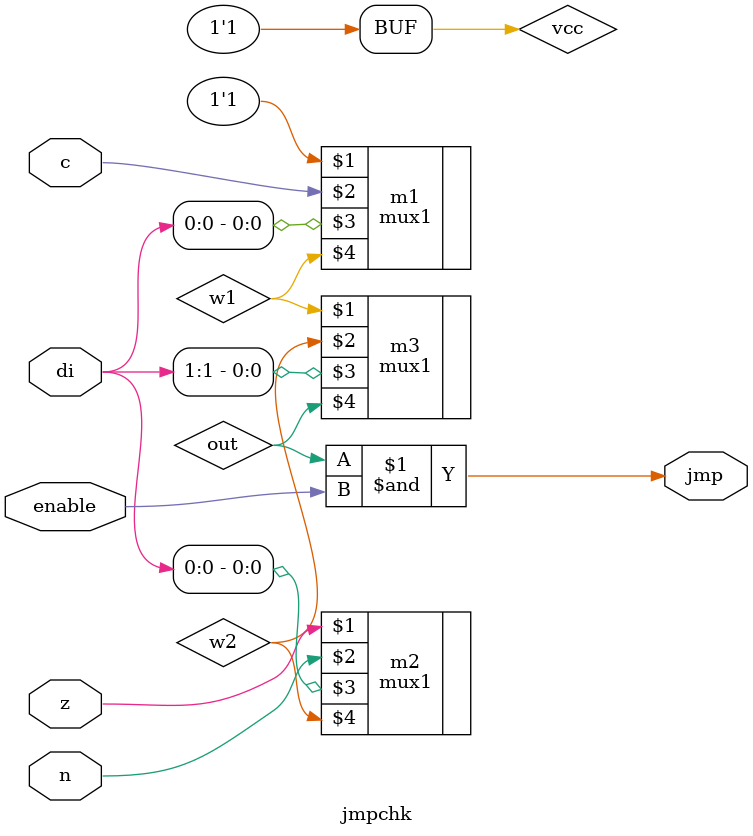
<source format=v>
`timescale 1ns/1ns
module jmpchk(input enable,input[1:0] di,input z,c,n,output jmp);
	supply1 vcc;
	wire out,w1,w2;
	and(jmp,out,enable);
	mux1 m1(vcc,c,di[0],w1);
	mux1 m2(z,n,di[0],w2);
	mux1 m3(w1,w2,di[1],out);
endmodule
	
</source>
